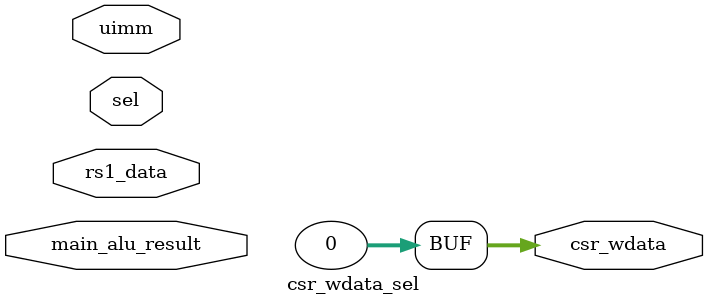
<source format=sv>
module csr_wdata_sel(
   input [1:0]	 sel,
   input [31:0]	 rs1_data,
   input [31:0]	 main_alu_result,
   input [4:0]	 uimm,
   output [31:0] csr_wdata
);
   
   // stub implementation
   assign csr_wdata = 0;
   
endmodule

</source>
